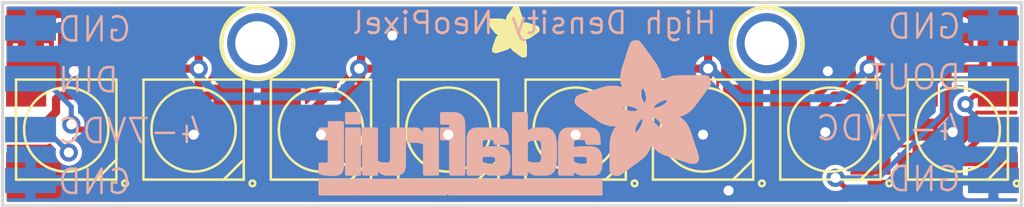
<source format=kicad_pcb>
(kicad_pcb (version 4) (host pcbnew "(2014-08-12 BZR 5064)-product")
  (layers (0 Top signal) (31 Bottom signal) (34 B.Paste user) (35 F.Paste user) (36 B.SilkS user) (37 F.SilkS user) (38 B.Mask user) (39 F.Mask user) (44 Edge.Cuts user))
  (net 0 "")
  (net 1 N$1)
  (net 2 N$2)
  (net 3 N$3)
  (net 4 N$4)
  (net 5 N$5)
  (net 6 N$6)
  (net 7 N$7)
  (net 8 +5V)
  (net 9 GND)
  (net 10 N$8)
  (net 11 N$9)
  (module WS28115050 (layer Top) (at 126.2761 106.2736)
    (fp_text reference LED1 hide)
    (fp_text value WS28115050 hide)
    (pad NC smd rect (at -2 -1.7) (size 2 1.1) (layers Top F.Paste F.Mask))
    (pad LEDV smd rect (at -2 0) (size 2 1.1) (layers Top F.Paste F.Mask) (net 8 +5V))
    (pad VSS smd rect (at -2 1.7) (size 2 1.1) (layers Top F.Paste F.Mask) (net 9 GND))
    (pad DO smd rect (at 2 1.7) (size 2 1.1) (layers Top F.Paste F.Mask) (net 1 N$1))
    (pad DI smd rect (at 2 0) (size 2 1.1) (layers Top F.Paste F.Mask) (net 10 N$8))
    (pad VDD smd rect (at 2 -1.7) (size 2 1.1) (layers Top F.Paste F.Mask) (net 8 +5V))
  )
  (module WS28115050 (layer Top) (at 132.6261 106.2736)
    (fp_text reference LED2 hide)
    (fp_text value WS28115050 hide)
    (pad NC smd rect (at -2 -1.7) (size 2 1.1) (layers Top F.Paste F.Mask))
    (pad LEDV smd rect (at -2 0) (size 2 1.1) (layers Top F.Paste F.Mask) (net 8 +5V))
    (pad VSS smd rect (at -2 1.7) (size 2 1.1) (layers Top F.Paste F.Mask) (net 9 GND))
    (pad DO smd rect (at 2 1.7) (size 2 1.1) (layers Top F.Paste F.Mask) (net 2 N$2))
    (pad DI smd rect (at 2 0) (size 2 1.1) (layers Top F.Paste F.Mask) (net 1 N$1))
    (pad VDD smd rect (at 2 -1.7) (size 2 1.1) (layers Top F.Paste F.Mask) (net 8 +5V))
  )
  (module WS28115050 (layer Top) (at 138.9761 106.2736)
    (fp_text reference LED3 hide)
    (fp_text value WS28115050 hide)
    (pad NC smd rect (at -2 -1.7) (size 2 1.1) (layers Top F.Paste F.Mask))
    (pad LEDV smd rect (at -2 0) (size 2 1.1) (layers Top F.Paste F.Mask) (net 8 +5V))
    (pad VSS smd rect (at -2 1.7) (size 2 1.1) (layers Top F.Paste F.Mask) (net 9 GND))
    (pad DO smd rect (at 2 1.7) (size 2 1.1) (layers Top F.Paste F.Mask) (net 3 N$3))
    (pad DI smd rect (at 2 0) (size 2 1.1) (layers Top F.Paste F.Mask) (net 2 N$2))
    (pad VDD smd rect (at 2 -1.7) (size 2 1.1) (layers Top F.Paste F.Mask) (net 8 +5V))
  )
  (module WS28115050 (layer Top) (at 145.3261 106.2736)
    (fp_text reference LED4 hide)
    (fp_text value WS28115050 hide)
    (pad NC smd rect (at -2 -1.7) (size 2 1.1) (layers Top F.Paste F.Mask))
    (pad LEDV smd rect (at -2 0) (size 2 1.1) (layers Top F.Paste F.Mask) (net 8 +5V))
    (pad VSS smd rect (at -2 1.7) (size 2 1.1) (layers Top F.Paste F.Mask) (net 9 GND))
    (pad DO smd rect (at 2 1.7) (size 2 1.1) (layers Top F.Paste F.Mask) (net 4 N$4))
    (pad DI smd rect (at 2 0) (size 2 1.1) (layers Top F.Paste F.Mask) (net 3 N$3))
    (pad VDD smd rect (at 2 -1.7) (size 2 1.1) (layers Top F.Paste F.Mask) (net 8 +5V))
  )
  (module WS28115050 (layer Top) (at 151.6761 106.2736)
    (fp_text reference LED5 hide)
    (fp_text value WS28115050 hide)
    (pad NC smd rect (at -2 -1.7) (size 2 1.1) (layers Top F.Paste F.Mask))
    (pad LEDV smd rect (at -2 0) (size 2 1.1) (layers Top F.Paste F.Mask) (net 8 +5V))
    (pad VSS smd rect (at -2 1.7) (size 2 1.1) (layers Top F.Paste F.Mask) (net 9 GND))
    (pad DO smd rect (at 2 1.7) (size 2 1.1) (layers Top F.Paste F.Mask) (net 5 N$5))
    (pad DI smd rect (at 2 0) (size 2 1.1) (layers Top F.Paste F.Mask) (net 4 N$4))
    (pad VDD smd rect (at 2 -1.7) (size 2 1.1) (layers Top F.Paste F.Mask) (net 8 +5V))
  )
  (module WS28115050 (layer Top) (at 158.0261 106.2736)
    (fp_text reference LED6 hide)
    (fp_text value WS28115050 hide)
    (pad NC smd rect (at -2 -1.7) (size 2 1.1) (layers Top F.Paste F.Mask))
    (pad LEDV smd rect (at -2 0) (size 2 1.1) (layers Top F.Paste F.Mask) (net 8 +5V))
    (pad VSS smd rect (at -2 1.7) (size 2 1.1) (layers Top F.Paste F.Mask) (net 9 GND))
    (pad DO smd rect (at 2 1.7) (size 2 1.1) (layers Top F.Paste F.Mask) (net 6 N$6))
    (pad DI smd rect (at 2 0) (size 2 1.1) (layers Top F.Paste F.Mask) (net 5 N$5))
    (pad VDD smd rect (at 2 -1.7) (size 2 1.1) (layers Top F.Paste F.Mask) (net 8 +5V))
  )
  (module WS28115050 (layer Top) (at 164.3761 106.2736)
    (fp_text reference LED7 hide)
    (fp_text value WS28115050 hide)
    (pad NC smd rect (at -2 -1.7) (size 2 1.1) (layers Top F.Paste F.Mask))
    (pad LEDV smd rect (at -2 0) (size 2 1.1) (layers Top F.Paste F.Mask) (net 8 +5V))
    (pad VSS smd rect (at -2 1.7) (size 2 1.1) (layers Top F.Paste F.Mask) (net 9 GND))
    (pad DO smd rect (at 2 1.7) (size 2 1.1) (layers Top F.Paste F.Mask) (net 7 N$7))
    (pad DI smd rect (at 2 0) (size 2 1.1) (layers Top F.Paste F.Mask) (net 6 N$6))
    (pad VDD smd rect (at 2 -1.7) (size 2 1.1) (layers Top F.Paste F.Mask) (net 8 +5V))
  )
  (module WS28115050 (layer Top) (at 170.7261 106.2736)
    (fp_text reference LED8 hide)
    (fp_text value WS28115050 hide)
    (pad NC smd rect (at -2 -1.7) (size 2 1.1) (layers Top F.Paste F.Mask))
    (pad LEDV smd rect (at -2 0) (size 2 1.1) (layers Top F.Paste F.Mask) (net 8 +5V))
    (pad VSS smd rect (at -2 1.7) (size 2 1.1) (layers Top F.Paste F.Mask) (net 9 GND))
    (pad DO smd rect (at 2 1.7) (size 2 1.1) (layers Top F.Paste F.Mask) (net 11 N$9))
    (pad DI smd rect (at 2 0) (size 2 1.1) (layers Top F.Paste F.Mask) (net 7 N$7))
    (pad VDD smd rect (at 2 -1.7) (size 2 1.1) (layers Top F.Paste F.Mask) (net 8 +5V))
  )
  (module C0805K (layer Top) (at 131.4831 101.7016 180)
    (fp_text reference C1 hide)
    (fp_text value "" hide)
    (pad 1 smd rect (at -1 0 180) (size 1.3 1.6) (layers Top F.Paste F.Mask) (net 8 +5V))
    (pad 2 smd rect (at 1 0 180) (size 1.3 1.6) (layers Top F.Paste F.Mask) (net 9 GND))
  )
  (module C0805K (layer Top) (at 139.9921 101.7016 180)
    (fp_text reference C2 hide)
    (fp_text value "" hide)
    (pad 1 smd rect (at -1 0 180) (size 1.3 1.6) (layers Top F.Paste F.Mask) (net 8 +5V))
    (pad 2 smd rect (at 1 0 180) (size 1.3 1.6) (layers Top F.Paste F.Mask) (net 9 GND))
  )
  (module C0805K (layer Top) (at 145.3261 101.7016 180)
    (fp_text reference C3 hide)
    (fp_text value "" hide)
    (pad 1 smd rect (at -1 0 180) (size 1.3 1.6) (layers Top F.Paste F.Mask) (net 8 +5V))
    (pad 2 smd rect (at 1 0 180) (size 1.3 1.6) (layers Top F.Paste F.Mask) (net 9 GND))
  )
  (module C0805K (layer Top) (at 151.6761 101.7016 180)
    (fp_text reference C4 hide)
    (fp_text value "" hide)
    (pad 1 smd rect (at -1 0 180) (size 1.3 1.6) (layers Top F.Paste F.Mask) (net 8 +5V))
    (pad 2 smd rect (at 1 0 180) (size 1.3 1.6) (layers Top F.Paste F.Mask) (net 9 GND))
  )
  (module C0805K (layer Top) (at 156.7561 101.7016 180)
    (fp_text reference C5 hide)
    (fp_text value "" hide)
    (pad 1 smd rect (at -1 0 180) (size 1.3 1.6) (layers Top F.Paste F.Mask) (net 8 +5V))
    (pad 2 smd rect (at 1 0 180) (size 1.3 1.6) (layers Top F.Paste F.Mask) (net 9 GND))
  )
  (module C0805K (layer Top) (at 165.1381 101.7016 180)
    (fp_text reference C6 hide)
    (fp_text value "" hide)
    (pad 1 smd rect (at -1 0 180) (size 1.3 1.6) (layers Top F.Paste F.Mask) (net 8 +5V))
    (pad 2 smd rect (at 1 0 180) (size 1.3 1.6) (layers Top F.Paste F.Mask) (net 9 GND))
  )
  (module C0805K (layer Top) (at 171.3611 101.7016 180)
    (fp_text reference C7 hide)
    (fp_text value "" hide)
    (pad 1 smd rect (at -1 0 180) (size 1.3 1.6) (layers Top F.Paste F.Mask) (net 8 +5V))
    (pad 2 smd rect (at 1 0 180) (size 1.3 1.6) (layers Top F.Paste F.Mask) (net 9 GND))
  )
  (module C0805K (layer Top) (at 125.5141 101.7016 180)
    (fp_text reference C8 hide)
    (fp_text value "" hide)
    (pad 1 smd rect (at -1 0 180) (size 1.3 1.6) (layers Top F.Paste F.Mask) (net 8 +5V))
    (pad 2 smd rect (at 1 0 180) (size 1.3 1.6) (layers Top F.Paste F.Mask) (net 9 GND))
  )
  (module FIDUCIAL_1MM (layer Top) (at 128.4351 101.7016)
    (fp_text reference FID1 hide)
    (fp_text value FIDUCIAL"" hide)
    (pad 1 smd circle (at 0 0) (size 1 1) (layers Top F.Paste F.Mask))
  )
  (module FIDUCIAL_1MM (layer Top) (at 168.1861 101.7016)
    (fp_text reference FID3 hide)
    (fp_text value FIDUCIAL"" hide)
    (pad 1 smd circle (at 0 0) (size 1 1) (layers Top F.Paste F.Mask))
  )
  (module 1X4-SMT (layer Bottom) (at 172.5041 105.0036 270)
    (fp_text reference CN1 hide)
    (fp_text value 1X4SMT hide)
    (pad 2 smd rect (at -1.27 0 270) (size 1.27 2.54) (layers Bottom B.Paste B.Mask) (net 11 N$9))
    (pad 3 smd rect (at 1.27 0 270) (size 1.27 2.54) (layers Bottom B.Paste B.Mask) (net 8 +5V))
    (pad 4 smd rect (at 3.81 0 270) (size 1.27 2.54) (layers Bottom B.Paste B.Mask) (net 9 GND))
    (pad 1 smd rect (at -3.81 0 270) (size 1.27 2.54) (layers Bottom B.Paste B.Mask) (net 9 GND))
  )
  (module 1X4-SMT (layer Bottom) (at 124.4981 105.0036 90)
    (fp_text reference CN2 hide)
    (fp_text value 1X4SMT hide)
    (pad 2 smd rect (at -1.27 0 90) (size 1.27 2.54) (layers Bottom B.Paste B.Mask) (net 8 +5V))
    (pad 3 smd rect (at 1.27 0 90) (size 1.27 2.54) (layers Bottom B.Paste B.Mask) (net 10 N$8))
    (pad 4 smd rect (at 3.81 0 90) (size 1.27 2.54) (layers Bottom B.Paste B.Mask) (net 9 GND))
    (pad 1 smd rect (at -3.81 0 90) (size 1.27 2.54) (layers Bottom B.Paste B.Mask) (net 9 GND))
  )
  (module MOUNTINGHOLE_2.0_PLATED (layer Top) (at 135.8011 101.9556)
    (fp_text reference U$2 hide)
    (fp_text value MOUNTINGHOLE2.0 hide)
    (pad P$1 thru_hole circle (at 0 0) (size 3 3) (drill 2.2) (layers *.Cu *.Mask))
  )
  (module MOUNTINGHOLE_2.0_PLATED (layer Top) (at 161.2011 101.9556)
    (fp_text reference U$3 hide)
    (fp_text value MOUNTINGHOLE2.0 hide)
    (pad P$1 thru_hole circle (at 0 0) (size 3 3) (drill 2.2) (layers *.Cu *.Mask))
  )
  (module ADAFRUIT_2.5MM (layer Top) (at 147.3581 102.5906)
    (fp_text reference U$4 hide)
    (fp_text value "" hide)
  )
  (module ADAFRUIT_TEXT_20MM (layer Bottom) (at 158.5 109.5 180)
    (fp_text reference U$1 hide)
    (fp_text value "" hide)
  )
  (gr_line (start 123.1011 110.0836) (end 173.9011 110.0836) (layer Edge.Cuts) (width 0.15))
  (gr_line (start 173.9011 110.0836) (end 173.9011 99.9236) (layer Edge.Cuts) (width 0.15))
  (gr_line (start 173.9011 99.9236) (end 123.1011 99.9236) (layer Edge.Cuts) (width 0.15))
  (gr_line (start 123.1011 99.9236) (end 123.1011 110.0836) (layer Edge.Cuts) (width 0.15))
  (gr_text 4-7VDC (at 125.7681 105.6386) (layer B.SilkS) (effects (font (size 1.2065 1.2065) (thickness 0.127)) (justify right top mirror)))
  (gr_text GND (at 125.7681 108.1786) (layer B.SilkS) (effects (font (size 1.2065 1.2065) (thickness 0.127)) (justify right top mirror)))
  (gr_text DIN (at 125.7681 103.0986) (layer B.SilkS) (effects (font (size 1.2065 1.2065) (thickness 0.127)) (justify right top mirror)))
  (gr_text 4-7VDC (at 170.9801 106.9086) (layer B.SilkS) (effects (font (size 1.2065 1.2065) (thickness 0.127)) (justify left bottom mirror)))
  (gr_text DOUT (at 170.9801 104.3686) (layer B.SilkS) (effects (font (size 1.2065 1.2065) (thickness 0.127)) (justify left bottom mirror)))
  (gr_text GND (at 170.9801 109.4486) (layer B.SilkS) (effects (font (size 1.2065 1.2065) (thickness 0.127)) (justify left bottom mirror)))
  (gr_text GND (at 125.7681 100.5586) (layer B.SilkS) (effects (font (size 1.2065 1.2065) (thickness 0.127)) (justify right top mirror)))
  (gr_text GND (at 170.9801 101.8286) (layer B.SilkS) (effects (font (size 1.2065 1.2065) (thickness 0.127)) (justify left bottom mirror)))
  (gr_text "High Density NeoPixel" (at 158.7881 101.5746) (layer B.SilkS) (effects (font (size 1.08585 1.08585) (thickness 0.13716)) (justify left bottom mirror)))
  (segment (start 128.2761 107.9736) (end 128.2761 109.0676) (width 0.3048) (layer Top) (net 1))
  (segment (start 128.2761 109.0676) (end 133.1341 109.0676) (width 0.3048) (layer Top) (net 1))
  (segment (start 133.1341 109.0676) (end 133.1341 107.2896) (width 0.3048) (layer Top) (net 1))
  (segment (start 133.1341 107.2896) (end 134.1501 106.2736) (width 0.3048) (layer Top) (net 1))
  (segment (start 134.1501 106.2736) (end 134.6261 106.2736) (width 0.3048) (layer Top) (net 1))
  (segment (start 134.6261 107.9736) (end 134.6261 109.0676) (width 0.3048) (layer Top) (net 2))
  (segment (start 134.6261 109.0676) (end 139.4841 109.0676) (width 0.3048) (layer Top) (net 2))
  (segment (start 139.4841 109.0676) (end 139.4841 107.2896) (width 0.3048) (layer Top) (net 2))
  (segment (start 139.4841 107.2896) (end 140.5001 106.2736) (width 0.3048) (layer Top) (net 2))
  (segment (start 140.5001 106.2736) (end 140.9761 106.2736) (width 0.3048) (layer Top) (net 2))
  (segment (start 140.9761 107.9736) (end 140.9761 109.0676) (width 0.3048) (layer Top) (net 3))
  (segment (start 140.9761 109.0676) (end 145.8341 109.0676) (width 0.3048) (layer Top) (net 3))
  (segment (start 145.8341 109.0676) (end 145.8341 107.2896) (width 0.3048) (layer Top) (net 3))
  (segment (start 145.8341 107.2896) (end 146.8501 106.2736) (width 0.3048) (layer Top) (net 3))
  (segment (start 146.8501 106.2736) (end 147.3261 106.2736) (width 0.3048) (layer Top) (net 3))
  (segment (start 147.3261 107.9736) (end 147.3261 109.0676) (width 0.3048) (layer Top) (net 4))
  (segment (start 147.3261 109.0676) (end 152.1841 109.0676) (width 0.3048) (layer Top) (net 4))
  (segment (start 152.1841 109.0676) (end 152.1841 107.2896) (width 0.3048) (layer Top) (net 4))
  (segment (start 152.1841 107.2896) (end 153.2001 106.2736) (width 0.3048) (layer Top) (net 4))
  (segment (start 153.2001 106.2736) (end 153.6761 106.2736) (width 0.3048) (layer Top) (net 4))
  (segment (start 153.6761 107.9736) (end 153.6761 109.0676) (width 0.3048) (layer Top) (net 5))
  (segment (start 153.6761 109.0676) (end 158.4071 109.0676) (width 0.3048) (layer Top) (net 5))
  (segment (start 158.4071 109.0676) (end 158.4071 107.4166) (width 0.3048) (layer Top) (net 5))
  (segment (start 158.4071 107.4166) (end 159.5501 106.2736) (width 0.3048) (layer Top) (net 5))
  (segment (start 159.5501 106.2736) (end 160.0261 106.2736) (width 0.3048) (layer Top) (net 5))
  (segment (start 160.0261 107.9736) (end 160.0261 108.9406) (width 0.3048) (layer Top) (net 6))
  (segment (start 160.0261 108.9406) (end 163.6141 108.9406) (width 0.3048) (layer Top) (net 6))
  (segment (start 163.6141 108.9406) (end 163.7411 108.8136) (width 0.3048) (layer Top) (net 6))
  (segment (start 163.7411 108.8136) (end 163.7411 108.0516) (width 0.3048) (layer Top) (net 6))
  (segment (start 163.7411 108.0516) (end 165.5191 106.2736) (width 0.3048) (layer Top) (net 6))
  (segment (start 165.5191 106.2736) (end 166.3761 106.2736) (width 0.3048) (layer Top) (net 6))
  (segment (start 166.3761 107.9736) (end 166.3761 108.9406) (width 0.3048) (layer Top) (net 7))
  (segment (start 166.3761 108.9406) (end 170.0911 108.9406) (width 0.3048) (layer Top) (net 7))
  (segment (start 170.0911 108.9406) (end 170.0911 107.9246) (width 0.3048) (layer Top) (net 7))
  (segment (start 172.2501 106.2736) (end 172.7261 106.2736) (width 0.3048) (layer Top) (net 7))
  (segment (start 170.0911 107.9246) (end 170.5991 107.4166) (width 0.3048) (layer Top) (net 7))
  (segment (start 170.5991 107.4166) (end 171.1071 107.4166) (width 0.3048) (layer Top) (net 7))
  (segment (start 171.1071 107.4166) (end 172.2501 106.2736) (width 0.3048) (layer Top) (net 7))
  (segment (start 128.2761 104.5736) (end 128.2921 104.5736) (width 0.3048) (layer Top) (net 8))
  (segment (start 134.6261 104.5736) (end 134.6741 104.5256) (width 0.3048) (layer Top) (net 8))
  (segment (start 146.3261 101.7016) (end 147.3261 102.7016) (width 0.3048) (layer Top) (net 8))
  (segment (start 147.3261 102.7016) (end 147.3261 103.2256) (width 0.3048) (layer Top) (net 8))
  (segment (start 152.6761 101.7016) (end 153.6761 102.7016) (width 0.3048) (layer Top) (net 8))
  (segment (start 153.6761 102.7016) (end 153.6761 103.2256) (width 0.3048) (layer Top) (net 8))
  (segment (start 153.6761 103.2256) (end 153.6761 104.5736) (width 0.3048) (layer Top) (net 8))
  (segment (start 128.2921 104.5736) (end 128.2921 103.4796) (width 0.3048) (layer Top) (net 8))
  (segment (start 128.2921 103.4796) (end 126.5141 101.7016) (width 0.3048) (layer Top) (net 8))
  (segment (start 128.2761 104.5736) (end 128.2761 103.174147) (width 0.3048) (layer Top) (net 8))
  (segment (start 130.6261 106.2736) (end 131.1021 106.2736) (width 0.4064) (layer Top) (net 8))
  (segment (start 131.1021 106.2736) (end 132.8021 104.5736) (width 0.4064) (layer Top) (net 8))
  (segment (start 132.8021 104.5736) (end 132.8801 104.5736) (width 0.4064) (layer Top) (net 8))
  (segment (start 132.8801 104.5736) (end 134.6261 104.5736) (width 0.4064) (layer Top) (net 8))
  (segment (start 136.9761 106.2736) (end 137.5791 106.2736) (width 0.4064) (layer Top) (net 8))
  (segment (start 137.5791 106.2736) (end 139.2301 104.6226) (width 0.4064) (layer Top) (net 8))
  (segment (start 139.2301 104.6226) (end 140.9271 104.6226) (width 0.4064) (layer Top) (net 8))
  (segment (start 140.9271 104.6226) (end 140.9761 104.5736) (width 0.4064) (layer Top) (net 8))
  (segment (start 143.3261 106.2736) (end 144.0561 106.2736) (width 0.4064) (layer Top) (net 8))
  (segment (start 144.0561 106.2736) (end 145.7071 104.6226) (width 0.4064) (layer Top) (net 8))
  (segment (start 145.7071 104.6226) (end 147.2771 104.6226) (width 0.4064) (layer Top) (net 8))
  (segment (start 147.2771 104.6226) (end 147.3261 104.5736) (width 0.4064) (layer Top) (net 8))
  (segment (start 140.9761 104.5736) (end 140.9761 103.2256) (width 0.4064) (layer Top) (net 8))
  (segment (start 147.3261 104.5736) (end 147.3261 103.2256) (width 0.4064) (layer Top) (net 8))
  (segment (start 147.2771 103.2256) (end 140.9761 103.2256) (width 0.4064) (layer Top) (net 8))
  (segment (start 147.3261 103.2256) (end 153.6271 103.2256) (width 0.4064) (layer Top) (net 8))
  (segment (start 166.3761 103.2256) (end 170.2181 103.2256) (width 0.4064) (layer Top) (net 8))
  (segment (start 170.2181 103.2256) (end 171.9961 103.2256) (width 0.4064) (layer Top) (net 8))
  (segment (start 156.0261 106.2736) (end 156.5021 106.2736) (width 0.4064) (layer Top) (net 8))
  (segment (start 156.5021 106.2736) (end 158.2021 104.5736) (width 0.4064) (layer Top) (net 8))
  (segment (start 158.2021 104.5736) (end 158.2801 104.5736) (width 0.4064) (layer Top) (net 8))
  (segment (start 158.2801 104.5736) (end 160.0261 104.5736) (width 0.4064) (layer Top) (net 8))
  (segment (start 149.6761 106.2736) (end 150.1521 106.2736) (width 0.4064) (layer Top) (net 8))
  (segment (start 150.1521 106.2736) (end 151.8031 104.6226) (width 0.4064) (layer Top) (net 8))
  (segment (start 151.8031 104.6226) (end 153.6271 104.6226) (width 0.4064) (layer Top) (net 8))
  (segment (start 153.6271 104.6226) (end 153.6761 104.5736) (width 0.4064) (layer Top) (net 8))
  (segment (start 162.3761 106.2736) (end 162.8521 106.2736) (width 0.4064) (layer Top) (net 8))
  (segment (start 162.8521 106.2736) (end 164.5521 104.5736) (width 0.4064) (layer Top) (net 8))
  (segment (start 164.5521 104.5736) (end 166.3761 104.5736) (width 0.4064) (layer Top) (net 8))
  (segment (start 147.2771 104.6226) (end 147.2771 103.2256) (width 0.4064) (layer Top) (net 8))
  (segment (start 147.2771 103.2256) (end 147.3261 103.2256) (width 0.4064) (layer Top) (net 8))
  (segment (start 153.6271 104.6226) (end 153.6271 103.2256) (width 0.4064) (layer Top) (net 8))
  (segment (start 153.6271 103.2256) (end 153.6761 103.2256) (width 0.4064) (layer Top) (net 8))
  (segment (start 171.9961 103.2256) (end 171.9961 104.4956) (width 0.4064) (layer Top) (net 8))
  (segment (start 168.7261 106.2736) (end 169.3291 106.2736) (width 0.4064) (layer Top) (net 8))
  (segment (start 169.3291 106.2736) (end 170.2181 105.3846) (width 0.4064) (layer Top) (net 8))
  (segment (start 170.2181 105.3846) (end 170.2181 103.2256) (width 0.4064) (layer Top) (net 8))
  (segment (start 128.2761 104.5736) (end 125.9441 104.5736) (width 0.4064) (layer Top) (net 8))
  (segment (start 125.9441 104.5736) (end 125.7681 104.7496) (width 0.4064) (layer Top) (net 8))
  (segment (start 125.7681 104.7496) (end 125.7681 105.3846) (width 0.4064) (layer Top) (net 8))
  (segment (start 125.7681 105.3846) (end 124.8791 106.2736) (width 0.4064) (layer Top) (net 8))
  (segment (start 124.4981 106.2736) (end 125.2601 106.2736) (width 0.254) (layer Bottom) (net 8))
  (segment (start 125.2601 106.2736) (end 126.4031 107.4166) (width 0.254) (layer Bottom) (net 8))
  (via (at 126.4031 107.4166) (size 0.9064) (drill 0.5) (layers Top Bottom) (net 8))
  (segment (start 126.4031 107.4166) (end 125.2601 106.2736) (width 0.254) (layer Top) (net 8))
  (segment (start 125.2601 106.2736) (end 124.8791 106.2736) (width 0.254) (layer Top) (net 8))
  (segment (start 124.8791 106.2736) (end 124.2761 106.2736) (width 0.254) (layer Top) (net 8))
  (segment (start 132.4831 101.7016) (end 132.8801 102.0986) (width 0.4064) (layer Top) (net 8))
  (segment (start 132.8801 102.0986) (end 132.8801 103.2256) (width 0.4064) (layer Top) (net 8))
  (segment (start 132.8801 103.2256) (end 132.8801 104.5736) (width 0.4064) (layer Top) (net 8))
  (segment (start 128.2761 103.174147) (end 128.327553 103.2256) (width 0.4064) (layer Top) (net 8))
  (segment (start 128.327553 103.2256) (end 132.8801 103.2256) (width 0.4064) (layer Top) (net 8))
  (segment (start 140.9921 101.7016) (end 140.9761 101.7176) (width 0.4064) (layer Top) (net 8))
  (segment (start 140.9761 101.7176) (end 140.9761 103.2256) (width 0.4064) (layer Top) (net 8))
  (segment (start 157.7561 101.7016) (end 158.2801 102.2256) (width 0.4064) (layer Top) (net 8))
  (segment (start 158.2801 102.2256) (end 158.2801 103.2256) (width 0.4064) (layer Top) (net 8))
  (segment (start 158.2801 103.2256) (end 158.2801 104.5736) (width 0.4064) (layer Top) (net 8))
  (segment (start 153.6761 103.2256) (end 158.2801 103.2256) (width 0.4064) (layer Top) (net 8))
  (segment (start 166.1381 101.7016) (end 166.3761 101.7016) (width 0.4064) (layer Top) (net 8))
  (segment (start 166.3761 101.7016) (end 166.3761 103.2256) (width 0.4064) (layer Top) (net 8))
  (segment (start 166.3761 103.2256) (end 166.3761 104.5736) (width 0.4064) (layer Top) (net 8))
  (segment (start 140.9761 103.2256) (end 140.8811 103.2256) (width 0.4064) (layer Top) (net 8))
  (via (at 140.8811 103.2256) (size 0.9064) (drill 0.5) (layers Top Bottom) (net 8))
  (segment (start 140.8811 103.2256) (end 140.8811 103.4796) (width 0.4064) (layer Bottom) (net 8))
  (segment (start 140.8811 103.4796) (end 139.7381 104.6226) (width 0.4064) (layer Bottom) (net 8))
  (segment (start 139.7381 104.6226) (end 133.8961 104.6226) (width 0.4064) (layer Bottom) (net 8))
  (segment (start 133.8961 104.6226) (end 132.8801 103.6066) (width 0.4064) (layer Bottom) (net 8))
  (segment (start 132.8801 103.6066) (end 132.8801 103.2256) (width 0.4064) (layer Bottom) (net 8))
  (via (at 132.8801 103.2256) (size 0.9064) (drill 0.5) (layers Top Bottom) (net 8))
  (segment (start 166.3761 103.2256) (end 166.2811 103.2256) (width 0.4064) (layer Top) (net 8))
  (via (at 166.2811 103.2256) (size 0.9064) (drill 0.5) (layers Top Bottom) (net 8))
  (segment (start 166.2811 103.2256) (end 164.8061 104.7006) (width 0.4064) (layer Bottom) (net 8))
  (segment (start 164.8061 104.7006) (end 159.8991 104.7006) (width 0.4064) (layer Bottom) (net 8))
  (via (at 158.2801 103.2256) (size 0.9064) (drill 0.5) (layers Top Bottom) (net 8))
  (segment (start 159.8991 104.7006) (end 158.4241 103.2256) (width 0.4064) (layer Bottom) (net 8))
  (segment (start 158.4241 103.2256) (end 158.2801 103.2256) (width 0.4064) (layer Bottom) (net 8))
  (segment (start 171.9961 101.9716) (end 171.9961 103.2256) (width 0.4064) (layer Top) (net 8))
  (segment (start 171.9961 104.4956) (end 172.0741 104.5736) (width 0.4064) (layer Top) (net 8))
  (via (at 171.1071 105.0036) (size 0.8064) (drill 0.4) (layers Top Bottom) (net 8))
  (segment (start 171.1071 105.0036) (end 171.1071 105.1306) (width 0.254) (layer Bottom) (net 8))
  (segment (start 171.1071 105.1306) (end 172.2501 106.2736) (width 0.254) (layer Bottom) (net 8))
  (segment (start 172.2501 106.2736) (end 172.5041 106.2736) (width 0.254) (layer Bottom) (net 8))
  (segment (start 172.0741 104.5736) (end 172.7261 104.5736) (width 0.254) (layer Top) (net 8))
  (segment (start 171.1071 105.0036) (end 171.5371 104.5736) (width 0.254) (layer Top) (net 8))
  (segment (start 171.5371 104.5736) (end 172.7261 104.5736) (width 0.254) (layer Top) (net 8))
  (segment (start 171.9961 101.9716) (end 172.0911 101.9716) (width 0.254) (layer Top) (net 8))
  (segment (start 172.0911 101.9716) (end 172.3611 101.7016) (width 0.254) (layer Top) (net 8))
  (via (at 164.1221 106.4006) (size 0.9064) (drill 0.5) (layers Top Bottom) (net 9))
  (via (at 170.4721 106.4006) (size 0.9064) (drill 0.5) (layers Top Bottom) (net 9))
  (segment (start 168.7261 107.9736) (end 169.1531 107.9736) (width 0.3048) (layer Top) (net 9))
  (segment (start 169.1531 107.9736) (end 170.0911 107.0356) (width 0.3048) (layer Top) (net 9))
  (segment (start 170.0911 107.0356) (end 170.0911 106.7816) (width 0.3048) (layer Top) (net 9))
  (segment (start 170.0911 106.7816) (end 170.4721 106.4006) (width 0.3048) (layer Top) (net 9))
  (segment (start 162.3761 107.9736) (end 162.8031 107.9736) (width 0.254) (layer Top) (net 9))
  (segment (start 162.8031 107.9736) (end 164.1221 106.6546) (width 0.254) (layer Top) (net 9))
  (segment (start 164.1221 106.6546) (end 164.1221 106.4006) (width 0.254) (layer Top) (net 9))
  (segment (start 131.3071 108.1006) (end 130.8801 108.1006) (width 0.254) (layer Top) (net 9))
  (segment (start 131.3071 108.1006) (end 132.6261 106.7816) (width 0.254) (layer Top) (net 9))
  (segment (start 132.6261 106.5276) (end 132.6261 106.7816) (width 0.254) (layer Top) (net 9))
  (segment (start 137.6571 108.1006) (end 137.2301 108.1006) (width 0.254) (layer Top) (net 9))
  (segment (start 137.6571 108.1006) (end 138.9761 106.7816) (width 0.254) (layer Top) (net 9))
  (segment (start 138.9761 106.5276) (end 138.9761 106.7816) (width 0.254) (layer Top) (net 9))
  (segment (start 144.0071 108.1006) (end 143.5801 108.1006) (width 0.254) (layer Top) (net 9))
  (segment (start 144.0071 108.1006) (end 145.3261 106.7816) (width 0.254) (layer Top) (net 9))
  (segment (start 145.3261 106.5276) (end 145.3261 106.7816) (width 0.254) (layer Top) (net 9))
  (segment (start 150.3571 108.1006) (end 149.9301 108.1006) (width 0.254) (layer Top) (net 9))
  (segment (start 150.3571 108.1006) (end 151.6761 106.7816) (width 0.254) (layer Top) (net 9))
  (segment (start 151.6761 106.5276) (end 151.6761 106.7816) (width 0.254) (layer Top) (net 9))
  (segment (start 156.7071 108.1006) (end 156.2801 108.1006) (width 0.254) (layer Top) (net 9))
  (segment (start 156.7071 108.1006) (end 158.0261 106.7816) (width 0.254) (layer Top) (net 9))
  (segment (start 158.0261 106.5276) (end 158.0261 106.7816) (width 0.254) (layer Top) (net 9))
  (segment (start 142.5321 101.5746) (end 144.3261 101.5746) (width 0.254) (layer Top) (net 9))
  (segment (start 126.1651 103.3526) (end 124.5141 101.7016) (width 0.254) (layer Top) (net 9))
  (segment (start 126.6571 103.3526) (end 126.1651 103.3526) (width 0.254) (layer Top) (net 9))
  (segment (start 164.2491 103.3526) (end 164.1381 101.7016) (width 0.254) (layer Top) (net 9))
  (segment (start 159.2961 109.3216) (end 164.1221 106.4006) (width 0.254) (layer Bottom) (net 9))
  (via (at 132.6261 106.5276) (size 0.9064) (drill 0.5) (layers Top Bottom) (net 9))
  (via (at 138.9761 106.5276) (size 0.9064) (drill 0.5) (layers Top Bottom) (net 9))
  (via (at 145.3261 106.5276) (size 0.9064) (drill 0.5) (layers Top Bottom) (net 9))
  (via (at 151.6761 106.5276) (size 0.9064) (drill 0.5) (layers Top Bottom) (net 9))
  (via (at 158.0261 106.5276) (size 0.9064) (drill 0.5) (layers Top Bottom) (net 9))
  (via (at 142.5321 101.5746) (size 0.9064) (drill 0.5) (layers Top Bottom) (net 9))
  (via (at 126.6571 103.3526) (size 0.9064) (drill 0.5) (layers Top Bottom) (net 9))
  (via (at 164.2491 103.3526) (size 0.9064) (drill 0.5) (layers Top Bottom) (net 9))
  (via (at 159.2961 109.3216) (size 0.9064) (drill 0.5) (layers Top Bottom) (net 9))
  (segment (start 126.5301 106.0196) (end 126.7841 106.2736) (width 0.3048) (layer Top) (net 10))
  (segment (start 126.7841 106.2736) (end 128.2761 106.2736) (width 0.3048) (layer Top) (net 10))
  (via (at 126.5301 106.0196) (size 0.9064) (drill 0.5) (layers Top Bottom) (net 10))
  (segment (start 126.5301 106.0196) (end 126.5301 105.1306) (width 0.254) (layer Bottom) (net 10))
  (segment (start 126.5301 105.1306) (end 125.1331 103.7336) (width 0.254) (layer Bottom) (net 10))
  (segment (start 125.1331 103.7336) (end 124.4981 103.7336) (width 0.254) (layer Bottom) (net 10))
  (segment (start 172.7261 107.9736) (end 172.7581 108.0056) (width 0.4064) (layer Top) (net 11))
  (segment (start 172.7581 108.0056) (end 172.4581 108.3056) (width 0.254) (layer Top) (net 11))
  (segment (start 172.7261 107.9736) (end 170.9311 107.9736) (width 0.254) (layer Top) (net 11))
  (segment (start 170.9311 107.9736) (end 170.7261 108.1786) (width 0.254) (layer Top) (net 11))
  (segment (start 170.7261 108.1786) (end 170.7261 109.1946) (width 0.254) (layer Top) (net 11))
  (segment (start 170.7261 109.1946) (end 170.3451 109.5756) (width 0.254) (layer Top) (net 11))
  (segment (start 170.3451 109.5756) (end 165.5191 109.5756) (width 0.254) (layer Top) (net 11))
  (segment (start 165.5191 109.5756) (end 164.6301 108.6866) (width 0.254) (layer Top) (net 11))
  (via (at 164.6301 108.6866) (size 0.9064) (drill 0.5) (layers Top Bottom) (net 11))
  (segment (start 164.6301 108.6866) (end 166.7891 108.6866) (width 0.254) (layer Bottom) (net 11))
  (segment (start 166.7891 108.6866) (end 169.9641 105.5116) (width 0.254) (layer Bottom) (net 11))
  (segment (start 169.9641 105.5116) (end 169.9641 104.2416) (width 0.254) (layer Bottom) (net 11))
  (segment (start 169.9641 104.2416) (end 170.4721 103.7336) (width 0.254) (layer Bottom) (net 11))
  (segment (start 170.4721 103.7336) (end 172.5041 103.7336) (width 0.254) (layer Bottom) (net 11))
  (zone (net 9) (net_name GND) (layer Top) (connect_pads (clearance 0.127)) (min_thickness 0.127) (fill yes (arc_segments 32) (thermal_gap 0.254) (thermal_bridge_width 0.508))
    (polygon (pts (xy 123.1011 99.9236) (xy 123.1011 110.0836) (xy 174.0281 110.0836) (xy 174.0281 99.9236)))
  )
  (zone (net 9) (net_name GND) (layer Bottom) (connect_pads (clearance 0.127)) (min_thickness 0.127) (fill yes (arc_segments 32) (thermal_gap 0.254) (thermal_bridge_width 0.508))
    (polygon (pts (xy 122.9741 99.7966) (xy 122.9741 110.0836) (xy 174.0281 110.0836) (xy 174.0281 99.7966)))
  )
)
</source>
